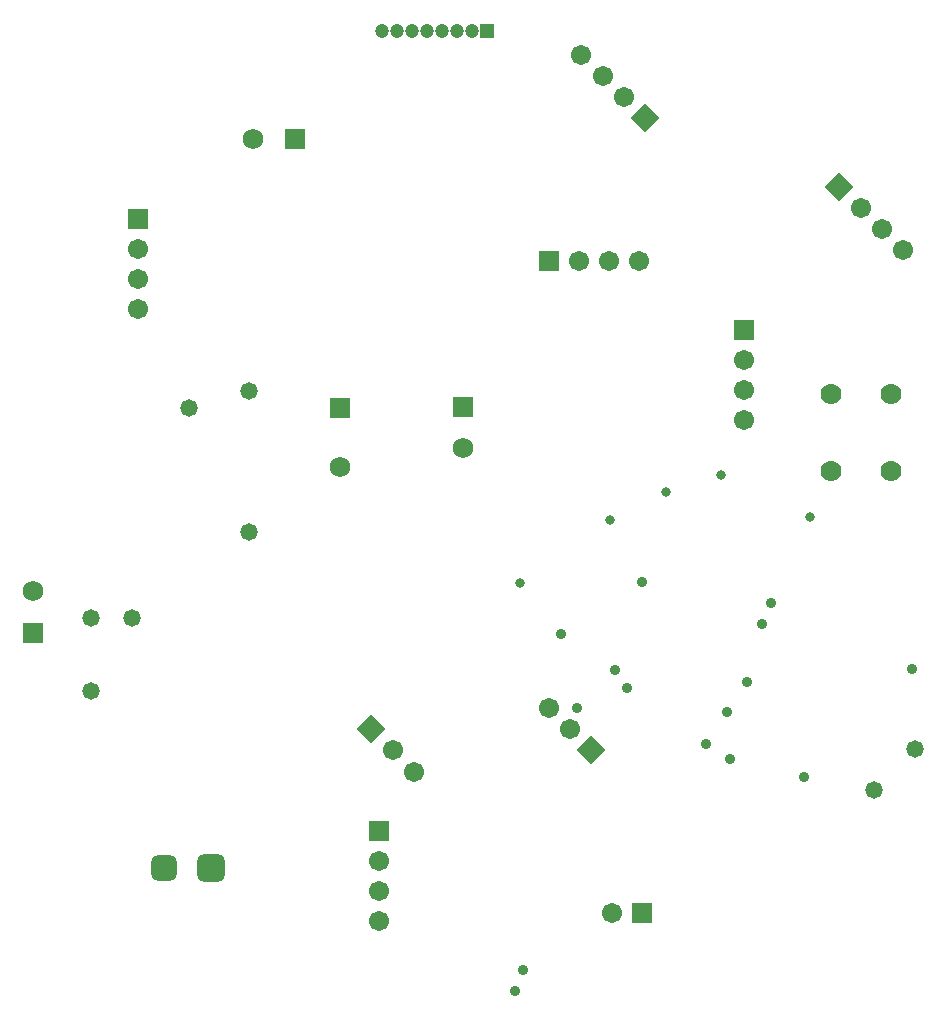
<source format=gbs>
G04*
G04 #@! TF.GenerationSoftware,Altium Limited,Altium Designer,18.1.9 (240)*
G04*
G04 Layer_Color=16711935*
%FSLAX25Y25*%
%MOIN*%
G70*
G01*
G75*
%ADD55R,0.06800X0.06800*%
%ADD56C,0.06800*%
%ADD57R,0.06706X0.06706*%
%ADD58C,0.06706*%
%ADD59C,0.07000*%
%ADD60R,0.06800X0.06800*%
G04:AMPARAMS|DCode=61|XSize=86.74mil|YSize=86.74mil|CornerRadius=23.68mil|HoleSize=0mil|Usage=FLASHONLY|Rotation=180.000|XOffset=0mil|YOffset=0mil|HoleType=Round|Shape=RoundedRectangle|*
%AMROUNDEDRECTD61*
21,1,0.08674,0.03937,0,0,180.0*
21,1,0.03937,0.08674,0,0,180.0*
1,1,0.04737,-0.01968,0.01968*
1,1,0.04737,0.01968,0.01968*
1,1,0.04737,0.01968,-0.01968*
1,1,0.04737,-0.01968,-0.01968*
%
%ADD61ROUNDEDRECTD61*%
G04:AMPARAMS|DCode=62|XSize=94.61mil|YSize=94.61mil|CornerRadius=25.65mil|HoleSize=0mil|Usage=FLASHONLY|Rotation=180.000|XOffset=0mil|YOffset=0mil|HoleType=Round|Shape=RoundedRectangle|*
%AMROUNDEDRECTD62*
21,1,0.09461,0.04331,0,0,180.0*
21,1,0.04331,0.09461,0,0,180.0*
1,1,0.05131,-0.02165,0.02165*
1,1,0.05131,0.02165,0.02165*
1,1,0.05131,0.02165,-0.02165*
1,1,0.05131,-0.02165,-0.02165*
%
%ADD62ROUNDEDRECTD62*%
%ADD63P,0.09483X4X180.0*%
%ADD64R,0.06706X0.06706*%
%ADD65C,0.04737*%
%ADD66R,0.04737X0.04737*%
%ADD67C,0.05800*%
%ADD68C,0.03600*%
%ADD69C,0.03200*%
D55*
X185000Y227780D02*
D03*
X144000Y227500D02*
D03*
X41500Y152500D02*
D03*
D56*
X185000Y214000D02*
D03*
X144000Y207815D02*
D03*
X41500Y166279D02*
D03*
X115000Y317000D02*
D03*
D57*
X157004Y86500D02*
D03*
X76500Y290500D02*
D03*
X278500Y253500D02*
D03*
D58*
X157004Y76500D02*
D03*
X157004Y66500D02*
D03*
X157004Y56500D02*
D03*
X220496Y120500D02*
D03*
X213425Y127571D02*
D03*
X76500Y260500D02*
D03*
Y270500D02*
D03*
Y280500D02*
D03*
X278500Y223500D02*
D03*
Y233500D02*
D03*
Y243500D02*
D03*
X224358Y345142D02*
D03*
X231429Y338071D02*
D03*
X238500Y331000D02*
D03*
X243551Y276500D02*
D03*
X233551D02*
D03*
X223551D02*
D03*
X161450Y113293D02*
D03*
X168521Y106222D02*
D03*
X234504Y59000D02*
D03*
X331571Y279929D02*
D03*
X324500Y287000D02*
D03*
X317429Y294071D02*
D03*
D59*
X307496Y206500D02*
D03*
Y232091D02*
D03*
X327496Y206500D02*
D03*
X327496Y232091D02*
D03*
D60*
X128779Y317000D02*
D03*
D61*
X85409Y74000D02*
D03*
D62*
X101000D02*
D03*
D63*
X227567Y113429D02*
D03*
X245571Y323929D02*
D03*
X154379Y120364D02*
D03*
X310358Y301142D02*
D03*
D64*
X213551Y276500D02*
D03*
X244504Y59000D02*
D03*
D65*
X158000Y353000D02*
D03*
X163000D02*
D03*
X168000D02*
D03*
X173000D02*
D03*
X178000D02*
D03*
X183000D02*
D03*
X188000Y353000D02*
D03*
D66*
X193000Y353000D02*
D03*
D67*
X321880Y100170D02*
D03*
X335465Y113756D02*
D03*
X113500Y186000D02*
D03*
X113500Y233000D02*
D03*
X93500Y227500D02*
D03*
X61000Y133000D02*
D03*
X74500Y157500D02*
D03*
X61000D02*
D03*
D68*
X334500Y140368D02*
D03*
X298500Y104368D02*
D03*
X284496Y155496D02*
D03*
X202390Y33000D02*
D03*
X273000Y126000D02*
D03*
X239500Y134049D02*
D03*
X244500Y169545D02*
D03*
X287500Y162504D02*
D03*
X279500Y136110D02*
D03*
X235500Y139959D02*
D03*
X223000Y127571D02*
D03*
X217500Y152000D02*
D03*
X265992Y115504D02*
D03*
X273996Y110500D02*
D03*
X205004Y40000D02*
D03*
D69*
X234000Y190000D02*
D03*
X271004Y205000D02*
D03*
X252496Y199500D02*
D03*
X203879Y169151D02*
D03*
X300496Y191000D02*
D03*
M02*

</source>
